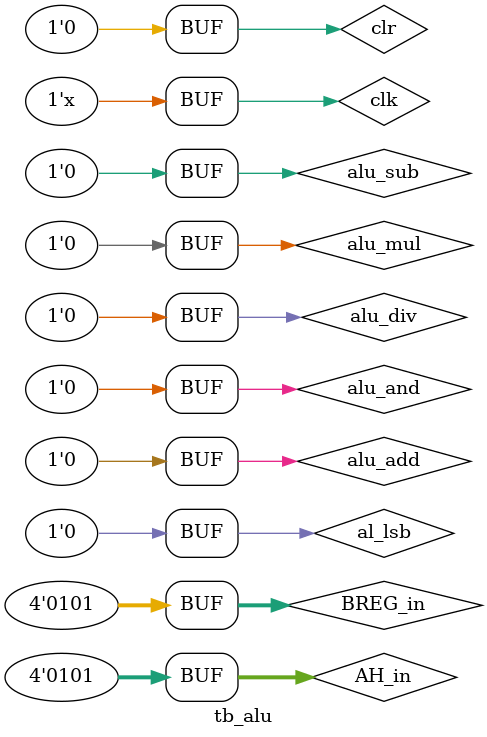
<source format=v>
`timescale 1ns / 1ps
module tb_alu;
    reg alu_sub, alu_div, alu_and, clk, clr, alu_add, alu_mul, al_lsb;
    reg [3:0] AH_in;
    reg [3:0] BREG_in;
    wire [3:0] ALU_out;
    wire Fa_cout, sign_flag, carry_flag, zero_flag;
    
    alu UUT (alu_sub, alu_div, AH_in,
    BREG_in, alu_and, ALU_out,
    Fa_cout, clk, clr, alu_add,
    alu_mul, al_lsb, sign_flag, carry_flag, zero_flag);
    
    always #50 clk=~clk;
    initial begin
        AH_in=4'b0101;
        BREG_in=4'b0010;
        alu_sub=0; alu_div=0;
        alu_and=0;
        alu_mul=0;
        alu_add=0;
        al_lsb=0;
        clk=0; clr=1;
        #100; clr=0;
        #100; AH_in=4'b1101;
        BREG_in=4'b0111; alu_add=1;
        #100; alu_add=0; AH_in=4'b0101;
        BREG_in=4'b1010; alu_sub=1;
        #100; BREG_in=4'b0101;
        #100; alu_sub=0;
    end
endmodule

</source>
